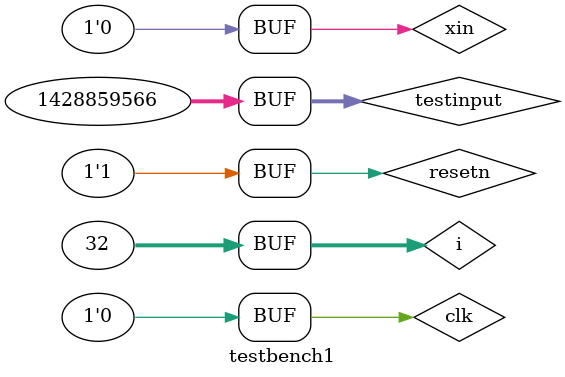
<source format=v>

module testbench1();
integer i;
reg clk,  resetn, xin;
reg [31:0] testinput;
wire y, z;
sequenceMealy ut(.clk(clk), .resetn(resetn), .xin(xin) ,.y(y), .z(z));
initial
begin	
	resetn=1;#1; resetn=0; #1; resetn=1;
	testinput = 32'b01010101001010101010101010101110;
	for( i=0; i<32; i=i+1)begin
	xin = testinput[i];	
	clk =1; #20; clk =0; #20;
	end
end
endmodule
</source>
